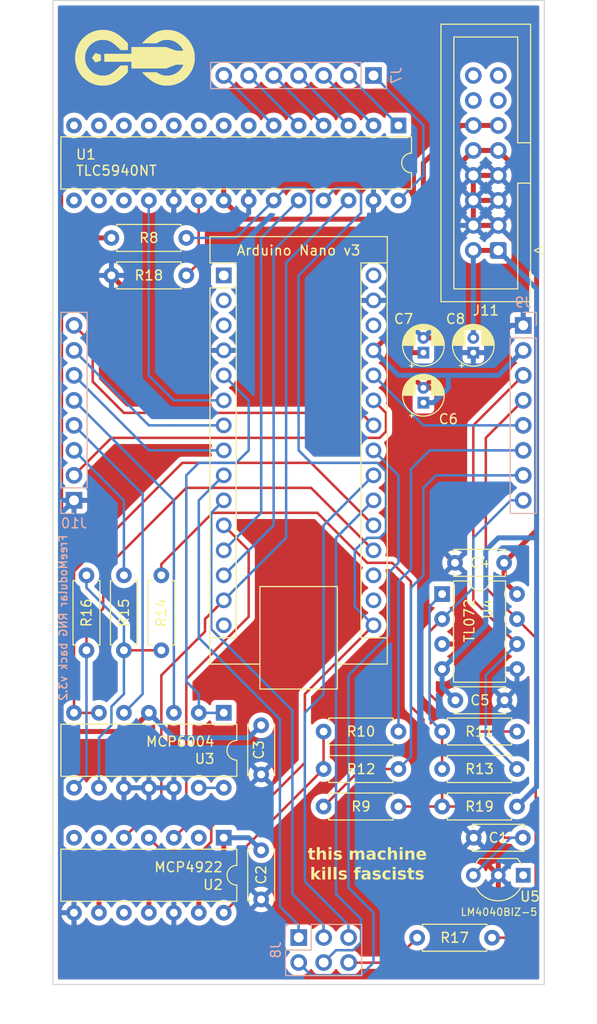
<source format=kicad_pcb>
(kicad_pcb (version 20240108) (generator "pcbnew") (generator_version "8.0")
  (title_block (title "RNG Back") (date "2024-02-27") (rev "v3.2") (company "FreeModular"))
  (layers (0 "F.Cu" signal) (31 "B.Cu" signal) (34 "B.Paste" user) (35 "F.Paste" user) (36 "B.SilkS" user "B.Silkscreen") (37 "F.SilkS" user "F.Silkscreen") (38 "B.Mask" user) (39 "F.Mask" user) (44 "Edge.Cuts" user))
  (net 0 "")
  (net 4 "GND")
  (net 5 "CV_CLOCK")
  (net 6 "LED_PWM_REF")
  (net 7 "RE_B")
  (net 8 "RE_A")
  (net 9 "GATE_B_OUT")
  (net 10 "GATE_A_OUT")
  (net 11 "DAC_CS")
  (net 12 "LED_LATCH")
  (net 13 "LED_BLANK")
  (net 14 "SPI_MOSI")
  (net 16 "SPI_SCK")
  (net 19 "CV_BIAS")
  (net 20 "CV_ENABLE")
  (net 21 "ENABLED_LED")
  (net 22 "TRIG_IN_LED")
  (net 23 "RE_SWITCH")
  (net 24 "POT_RANDOM")
  (net 25 "+5V")
  (net 28 "VREF_-5")
  (net 29 "-12V")
  (net 30 "+12V")
  (net 31 "Net-(J7-Pin_1)")
  (net 32 "Net-(J7-Pin_2)")
  (net 33 "Net-(J7-Pin_3)")
  (net 34 "Net-(J7-Pin_4)")
  (net 35 "OUTPUT_PREAMP_UNIPOLAR")
  (net 36 "GAIN_B")
  (net 37 "GAIN_A")
  (net 38 "POT_BIAS")
  (net 39 "INPUT_CV_BIAS")
  (net 40 "INPUT_CV_ENABLE")
  (net 41 "INPUT_CV_CLOCK")
  (net 42 "Net-(J7-Pin_5)")
  (net 43 "Net-(J7-Pin_6)")
  (net 44 "Net-(J7-Pin_7)")
  (net 49 "Net-(U1-IREF)")
  (net 50 "Net-(U3C--)")
  (net 51 "DAC_OUT")
  (net 52 "OUTPUT_PREAMP_BIPOLAR")
  (net 68 "Net-(U3D--)")
  (net 69 "TRIG_SWTICH")
  (net 70 "OUTPUT_PREAMP")
  (net 71 "Net-(R11-Pad2)")
  (net 72 "RANDOM_OUT")
  (footprint "Resistor_THT:R_Axial_DIN0207_L6.3mm_D2.5mm_P7.62mm_Horizontal" (layer "F.Cu") (at 33.02 109.22 -90)
    (property "Reference" "R15")
    (property "Value" "100kΩ")
  )
  (footprint "Capacitor_THT:C_Disc_D5.0mm_W2.5mm_P5.00mm" (layer "F.Cu") (at 71.715 107.95 180)
    (property "Reference" "C4")
    (property "Value" "100nF")
  )
  (footprint "Resistor_THT:R_Axial_DIN0207_L6.3mm_D2.5mm_P7.62mm_Horizontal" (layer "F.Cu") (at 29.21 109.22 -90)
    (property "Reference" "R16")
    (property "Value" "50kΩ")
  )
  (footprint "Package_TO_SOT_THT:TO-92L_Inline_Wide" (layer "F.Cu") (at 73.66 139.7 180)
    (property "Reference" "U5")
    (property "Value" "LM4040BIZ-5")
  )
  (footprint "Resistor_THT:R_Axial_DIN0207_L6.3mm_D2.5mm_P7.62mm_Horizontal" (layer "F.Cu") (at 70.485 146.05 180)
    (property "Reference" "R17")
    (property "Value" "1kΩ")
  )
  (footprint "Connector_IDC:IDC-Header_2x08_P2.54mm_Vertical" (layer "F.Cu") (at 71.12 76.2 180)
    (property "Reference" "J11")
    (property "Value" "Eurorack_2x8_Power")
  )
  (footprint "Resistor_THT:R_Axial_DIN0207_L6.3mm_D2.5mm_P7.62mm_Horizontal" (layer "F.Cu") (at 36.83 109.22 -90)
    (property "Reference" "R14")
    (property "Value" "100kΩ")
  )
  (footprint "Capacitor_THT:CP_Radial_D4.0mm_P1.50mm" (layer "F.Cu") (at 63.5 91.67 90)
    (property "Reference" "C6")
    (property "Value" "10uF")
  )
  (footprint "Module:Arduino_Nano" (layer "F.Cu") (at 43.18 78.74)
    (property "Reference" "A1" (hide yes))
    (property "Value" "Arduino Nano v3")
  )
  (footprint "Resistor_THT:R_Axial_DIN0207_L6.3mm_D2.5mm_P7.62mm_Horizontal" (layer "F.Cu") (at 39.37 78.74 180)
    (property "Reference" "R18")
    (property "Value" "15kΩ")
  )
  (footprint "Resistor_THT:R_Axial_DIN0207_L6.3mm_D2.5mm_P7.62mm_Horizontal" (layer "F.Cu") (at 53.34 125.095)
    (property "Reference" "R10")
    (property "Value" "100kΩ")
  )
  (footprint "Capacitor_THT:CP_Radial_D4.0mm_P1.50mm" (layer "F.Cu") (at 68.58 86.59 90)
    (property "Reference" "C8")
    (property "Value" "10uF")
  )
  (footprint "Package_DIP:DIP-14_W7.62mm" (layer "F.Cu") (at 43.18 123.19 -90)
    (property "Reference" "U3")
    (property "Value" "MCP6004")
  )
  (footprint "Package_DIP:DIP-14_W7.62mm" (layer "F.Cu") (at 43.18 135.89 -90)
    (property "Reference" "U2")
    (property "Value" "MCP4922")
  )
  (footprint "Resistor_THT:R_Axial_DIN0207_L6.3mm_D2.5mm_P7.62mm_Horizontal" (layer "F.Cu") (at 39.37 74.93 180)
    (property "Reference" "R8")
    (property "Value" "100kΩ")
  )
  (footprint "Package_DIP:DIP-8_W7.62mm" (layer "F.Cu") (at 65.405 111.125)
    (property "Reference" "U4")
    (property "Value" "TL072")
  )
  (footprint "Capacitor_THT:CP_Radial_D4.0mm_P1.50mm" (layer "F.Cu") (at 63.5 86.59 90)
    (property "Reference" "C7")
    (property "Value" "10uF")
  )
  (footprint "Capacitor_THT:C_Disc_D5.0mm_W2.5mm_P5.00mm" (layer "F.Cu") (at 73.62 135.89 180)
    (property "Reference" "C1")
    (property "Value" "100nF")
  )
  (footprint "Resistor_THT:R_Axial_DIN0207_L6.3mm_D2.5mm_P7.62mm_Horizontal" (layer "F.Cu") (at 60.96 132.715 180)
    (property "Reference" "R9")
    (property "Value" "100kΩ")
  )
  (footprint "Package_DIP:DIP-28_W7.62mm" (layer "F.Cu") (at 60.96 63.5 -90)
    (property "Reference" "U1")
    (property "Value" "TLC5940NT")
  )
  (footprint "Capacitor_THT:C_Disc_D5.0mm_W2.5mm_P5.00mm" (layer "F.Cu") (at 46.99 137.16 -90)
    (property "Reference" "C2")
    (property "Value" "100nF")
  )
  (footprint "Resistor_THT:R_Axial_DIN0207_L6.3mm_D2.5mm_P7.62mm_Horizontal" (layer "F.Cu") (at 73.025 125.095 180)
    (property "Reference" "R11")
    (property "Value" "100kΩ")
  )
  (footprint "Capacitor_THT:C_Disc_D5.0mm_W2.5mm_P5.00mm" (layer "F.Cu") (at 46.99 124.46 -90)
    (property "Reference" "C3")
    (property "Value" "100nF")
  )
  (footprint "Resistor_THT:R_Axial_DIN0207_L6.3mm_D2.5mm_P7.62mm_Horizontal" (layer "F.Cu") (at 73.025 132.715 180)
    (property "Reference" "R19")
    (property "Value" "15kΩ")
  )
  (footprint "FreeModualr:logo_small" (layer "F.Cu") (at 34.602337 56.615091)
    (property "Reference" "G1" (hide yes))
    (property "Value" "logo_small" (hide yes))
  )
  (footprint "Capacitor_THT:C_Disc_D5.0mm_W2.5mm_P5.00mm" (layer "F.Cu") (at 71.755 121.92 180)
    (property "Reference" "C5")
    (property "Value" "100nF")
  )
  (footprint "Resistor_THT:R_Axial_DIN0207_L6.3mm_D2.5mm_P7.62mm_Horizontal" (layer "F.Cu") (at 53.34 128.905)
    (property "Reference" "R12")
    (property "Value" "50kΩ")
  )
  (footprint "Resistor_THT:R_Axial_DIN0207_L6.3mm_D2.5mm_P7.62mm_Horizontal" (layer "F.Cu") (at 65.405 128.905)
    (property "Reference" "R13")
    (property "Value" "50kΩ")
  )
  (footprint "Connector_PinHeader_2.54mm:PinHeader_1x08_P2.54mm_Vertical" (layer "B.Cu") (at 27.94 101.6)
    (property "Reference" "J10")
    (property "Value" "Conn_01x08_Socket")
  )
  (footprint "Connector_PinHeader_2.54mm:PinHeader_1x07_P2.54mm_Vertical" (layer "B.Cu") (at 58.42 58.42 90)
    (property "Reference" "J7")
    (property "Value" "Conn_01x07_Socket")
  )
  (footprint "Connector_PinHeader_2.54mm:PinHeader_2x03_P2.54mm_Vertical" (layer "B.Cu") (at 50.81 146.03 -90)
    (property "Reference" "J8")
    (property "Value" "Conn_02x03_Socket")
  )
  (footprint "Connector_PinHeader_2.54mm:PinHeader_1x08_P2.54mm_Vertical" (layer "B.Cu") (at 73.66 83.82 180)
    (property "Reference" "J9")
    (property "Value" "Conn_01x06_Socket")
  )
  (gr_line (start 25.8 150.8) (end 75.8 150.8) (stroke (width 0.1)) (layer "Edge.Cuts"))
  (gr_line (start 25.8 50.8) (end 50.8 50.8) (stroke (width 0.1)) (layer "Edge.Cuts"))
  (gr_line (start 75.8 50.8) (end 75.8 150.8) (stroke (width 0.1)) (layer "Edge.Cuts"))
  (gr_line (start 50.8 50.8) (end 75.8 50.8) (stroke (width 0.1)) (layer "Edge.Cuts"))
  (gr_line (start 25.8 50.8) (end 25.8 150.8) (stroke (width 0.1)) (layer "Edge.Cuts"))
  (gr_text "FreeModular RNG back v3.2" (at 27.314041 105.026772 90) (layer "B.SilkS") (effects (font (size 0.8 0.8) (thickness 0.15) (bold yes)) (justify left bottom mirror)))
  (gr_text "this machine\nkills fascists" (at 57.785 140.335 0) (layer "F.SilkS") (effects (font (size 1.2 1.2) (thickness 0.3) (bold yes)) (justify bottom)))
  (segment (start 71.12 85.09) (end 71.12 86.59) (width 0.508) (layer "F.Cu") (net 4))
  (segment (start 53.34 81.28) (end 58.42 81.28) (width 0.508) (layer "F.Cu") (net 4))
  (segment (start 72.39 83.82) (end 71.12 85.09) (width 0.508) (layer "F.Cu") (net 4))
  (segment (start 31.75 78.74) (end 33.655 78.74) (width 0.508) (layer "F.Cu") (net 4))
  (segment (start 27.945 144.785) (end 29.21 146.05) (width 0.508) (layer "F.Cu") (net 4))
  (segment (start 71.12 73.66) (end 68.58 73.66) (width 0.508) (layer "F.Cu") (net 4))
  (segment (start 46.99 142.16) (end 48.895 144.065) (width 0.508) (layer "F.Cu") (net 4))
  (segment (start 73.025 120.65) (end 73.025 118.745) (width 0.508) (layer "F.Cu") (net 4))
  (segment (start 73.66 83.82) (end 72.39 83.82) (width 0.508) (layer "F.Cu") (net 4))
  (segment (start 38.105 146.05) (end 46.99 146.05) (width 0.508) (layer "F.Cu") (net 4))
  (segment (start 29.21 146.05) (end 38.105 146.05) (width 0.508) (layer "F.Cu") (net 4))
  (segment (start 43.18 86.36) (end 48.26 86.36) (width 0.508) (layer "F.Cu") (net 4))
  (segment (start 67.31 92.71) (end 71.12 88.9) (width 0.508) (layer "F.Cu") (net 4))
  (segment (start 73.66 76.2) (end 71.12 73.66) (width 0.508) (layer "F.Cu") (net 4))
  (segment (start 70.485 118.745) (end 67.945 116.205) (width 0.508) (layer "F.Cu") (net 4))
  (segment (start 70.485 142.24) (end 50.8 142.24) (width 0.508) (layer "F.Cu") (net 4))
  (segment (start 71.12 86.59) (end 71.12 88.9) (width 0.508) (layer "F.Cu") (net 4))
  (segment (start 68.58 71.12) (end 68.58 68.58) (width 0.508) (layer "F.Cu") (net 4))
  (segment (start 68.58 68.58) (end 71.12 68.58) (width 0.508) (layer "F.Cu") (net 4))
  (segment (start 38.09 72.38) (end 38.09 71.12) (width 0.508) (layer "F.Cu") (net 4))
  (segment (start 68.58 73.66) (end 68.58 71.12) (width 0.508) (layer "F.Cu") (net 4))
  (segment (start 71.755 121.92) (end 73.025 120.65) (width 0.508) (layer "F.Cu") (net 4))
  (segment (start 71.12 139.7) (end 71.12 138.39) (width 0.508) (layer "F.Cu") (net 4))
  (segment (start 39.37 86.36) (end 31.75 78.74) (width 0.508) (layer "F.Cu") (net 4))
  (segment (start 71.12 71.12) (end 68.58 71.12) (width 0.508) (layer "F.Cu") (net 4))
  (segment (start 48.895 144.065) (end 48.895 144.145) (width 0.508) (layer "F.Cu") (net 4))
  (segment (start 35.56 76.835) (end 35.56 75.565) (width 0.508) (layer "F.Cu") (net 4))
  (segment (start 71.12 139.7) (end 71.12 141.605) (width 0.508) (layer "F.Cu") (net 4))
  (segment (start 63.5 90.17) (end 64.77 90.17) (width 0.508) (layer "F.Cu") (net 4))
  (segment (start 73.025 118.745) (end 70.485 118.745) (width 0.508) (layer "F.Cu") (net 4))
  (segment (start 73.66 83.82) (end 73.66 76.2) (width 0.508) (layer "F.Cu") (net 4))
  (segment (start 35.56 75.565) (end 38.1 73.025) (width 0.508) (layer "F.Cu") (net 4))
  (segment (start 63.5 85.09) (end 65.716 85.09) (width 0.508) (layer "F.Cu") (net 4))
  (segment (start 38.1 73.025) (end 38.1 72.39) (width 0.508) (layer "F.Cu") (net 4))
  (segment (start 68.58 86.59) (end 71.12 86.59) (width 0.508) (layer "F.Cu") (net 4))
  (segment (start 50.8 142.24) (end 48.895 144.145) (width 0.508) (layer "F.Cu") (net 4))
  (segment (start 65.716 85.09) (end 67.216 86.59) (width 0.508) (layer "F.Cu") (net 4))
  (segment (start 67.945 116.205) (end 65.405 116.205) (width 0.508) (layer "F.Cu") (net 4))
  (segment (start 65.405 106.68) (end 65.405 94.615) (width 0.508) (layer "F.Cu") (net 4))
  (segment (start 43.18 86.36) (end 39.37 86.36) (width 0.508) (layer "F.Cu") (net 4))
  (segment (start 46.99 146.05) (end 48.895 144.145) (width 0.508) (layer "F.Cu") (net 4))
  (segment (start 64.77 90.17) (end 67.31 92.71) (width 0.508) (layer "F.Cu") (net 4))
  (segment (start 33.655 78.74) (end 35.56 76.835) (width 0.508) (layer "F.Cu") (net 4))
  (segment (start 67.216 86.59) (end 68.58 86.59) (width 0.508) (layer "F.Cu") (net 4))
  (segment (start 38.1 72.39) (end 38.09 72.38) (width 0.508) (layer "F.Cu") (net 4))
  (segment (start 27.945 143.52) (end 27.945 144.785) (width 0.508) (layer "F.Cu") (net 4))
  (segment (start 48.26 86.36) (end 53.34 81.28) (width 0.508) (layer "F.Cu") (net 4))
  (segment (start 71.12 141.605) (end 70.485 142.24) (width 0.508) (layer "F.Cu") (net 4))
  (segment (start 66.675 107.95) (end 65.405 106.68) (width 0.508) (layer "F.Cu") (net 4))
  (segment (start 33.02 130.825) (end 33.025 130.82) (width 0.508) (layer "F.Cu") (net 4))
  (segment (start 65.405 94.615) (end 67.31 92.71) (width 0.508) (layer "F.Cu") (net 4))
  (segment (start 71.12 138.39) (end 68.62 135.89) (width 0.508) (layer "F.Cu") (net 4))
  (segment (start 38.105 143.52) (end 38.105 146.05) (width 0.508) (layer "F.Cu") (net 4))
  (segment (start 26.67 102.87) (end 26.632 102.87) (width 0.508) (layer "B.Cu") (net 4))
  (segment (start 58.42 81.28) (end 60.325 81.28) (width 0.508) (layer "B.Cu") (net 4))
  (segment (start 38.105 130.82) (end 38.105 132.075) (width 0.508) (layer "B.Cu") (net 4))
  (segment (start 38.1 132.08) (end 38.1 133.35) (width 0.508) (layer "B.Cu") (net 4))
  (segment (start 62.23 55.88) (end 66.04 59.69) (width 0.508) (layer "B.Cu") (net 4))
  (segment (start 38.1 68.58) (end 38.1 67.31) (width 0.508) (layer "B.Cu") (net 4))
  (segment (start 26.622 64.722) (end 26.622 62.278) (width 0.508) (layer "B.Cu") (net 4))
  (segment (start 27.94 140.335) (end 26.632 139.027) (width 0.508) (layer "B.Cu") (net 4))
  (segment (start 29.21 67.31) (end 26.622 64.722) (width 0.508) (layer "B.Cu") (net 4))
  (segment (start 26.622 62.278) (end 33.02 55.88) (width 0.508) (layer "B.Cu") (net 4))
  (segment (start 45.165 140.335) (end 27.94 140.335) (width 0.508) (layer "B.Cu") (net 4))
  (segment (start 44.45 67.31) (end 38.1 67.31) (width 0.508) (layer "B.Cu") (net 4))
  (segment (start 26.632 133.35) (end 26.632 102.87) (width 0.508) (layer "B.Cu") (net 4))
  (segment (start 38.1 133.35) (end 26.632 133.35) (width 0.508) (layer "B.Cu") (net 4))
  (segment (start 66.04 59.69) (end 66.04 66.04) (width 0.508) (layer "B.Cu") (net 4))
  (segment (start 64.77 73.66) (end 63.5 73.66) (width 0.508) (layer "B.Cu") (net 4))
  (segment (start 38.09 71.12) (end 38.09 68.59) (width 0.508) (layer "B.Cu") (net 4))
  (segment (start 38.09 68.59) (end 38.1 68.58) (width 0.508) (layer "B.Cu") (net 4))
  (segment (start 63.5 78.105) (end 63.5 73.66) (width 0.508) (layer "B.Cu") (net 4))
  (segment (start 36.83 67.31) (end 29.21 67.31) (width 0.508) (layer "B.Cu") (net 4))
  (segment (start 58.41 71.12) (end 58.41 72.38) (width 0.508) (layer "B.Cu") (net 4))
  (segment (start 46.99 142.16) (end 45.165 140.335) (width 0.508) (layer "B.Cu") (net 4))
  (segment (start 26.632 139.027) (end 26.632 133.35) (width 0.508) (layer "B.Cu") (net 4))
  (segment (start 33.025 130.82) (end 38.105 130.82) (width 0.508) (layer "B.Cu") (net 4))
  (segment (start 66.04 66.04) (end 68.58 68.58) (width 0.508) (layer "B.Cu") (net 4))
  (segment (start 45.72 71.12) (end 45.72 68.58) (width 0.508) (layer "B.Cu") (net 4))
  (segment (start 59.69 73.66) (end 63.5 73.66) (width 0.508) (layer "B.Cu") (net 4))
  (segment (start 38.105 132.075) (end 38.1 132.08) (width 0.508) (layer "B.Cu") (net 4))
  (segment (start 38.1 67.31) (end 36.83 67.31) (width 0.508) (layer "B.Cu") (net 4))
  (segment (start 58.41 72.38) (end 59.69 73.66) (width 0.508) (layer "B.Cu") (net 4))
  (segment (start 27.94 143.51) (end 27.94 140.335) (width 0.508) (layer "B.Cu") (net 4))
  (segment (start 27.94 101.6) (end 26.67 102.87) (width 0.508) (layer "B.Cu") (net 4))
  (segment (start 68.58 73.66) (end 64.77 73.66) (width 0.508) (layer "B.Cu") (net 4))
  (segment (start 60.325 81.28) (end 63.5 78.105) (width 0.508) (layer "B.Cu") (net 4))
  (segment (start 33.02 55.88) (end 62.23 55.88) (width 0.508) (layer "B.Cu") (net 4))
  (segment (start 43.1 133.35) (end 46.99 129.46) (width 0.508) (layer "B.Cu") (net 4))
  (segment (start 38.1 133.35) (end 43.1 133.35) (width 0.508) (layer "B.Cu") (net 4))
  (segment (start 45.72 68.58) (end 44.45 67.31) (width 0.508) (layer "B.Cu") (net 4))
  (segment (start 40.645 121.285) (end 40.645 123.2) (width 0.254) (layer "B.Cu") (net 5))
  (segment (start 39.37 115.57) (end 39.375 115.57) (width 0.254) (layer "B.Cu") (net 5))
  (segment (start 45.72 91.44) (end 45.72 96.52) (width 0.254) (layer "B.Cu") (net 5))
  (segment (start 40.645 121.285) (end 40.64 121.285) (width 0.254) (layer "B.Cu") (net 5))
  (segment (start 39.37 120.015) (end 39.375 120.01) (width 0.254) (layer "B.Cu") (net 5))
  (segment (start 39.37 99.06) (end 39.37 115.57) (width 0.254) (layer "B.Cu") (net 5))
  (segment (start 39.375 120.01) (end 39.375 115.57) (width 0.254) (layer "B.Cu") (net 5))
  (segment (start 44.45 97.79) (end 40.64 97.79) (width 0.254) (layer "B.Cu") (net 5))
  (segment (start 40.645 123.2) (end 43.185 123.2) (width 0.254) (layer "B.Cu") (net 5))
  (segment (start 40.64 97.79) (end 39.37 99.06) (width 0.254) (layer "B.Cu") (net 5))
  (segment (start 40.64 121.285) (end 39.37 120.015) (width 0.254) (layer "B.Cu") (net 5))
  (segment (start 45.72 96.52) (end 44.45 97.79) (width 0.254) (layer "B.Cu") (net 5))
  (segment (start 43.18 88.9) (end 45.72 91.44) (width 0.254) (layer "B.Cu") (net 5))
  (segment (start 35.55 88.89) (end 35.55 71.12) (width 0.254) (layer "B.Cu") (net 6))
  (segment (start 43.18 91.44) (end 38.1 91.44) (width 0.254) (layer "B.Cu") (net 6))
  (segment (start 38.1 91.44) (end 35.55 88.89) (width 0.254) (layer "B.Cu") (net 6))
  (segment (start 35.56 96.52) (end 27.94 88.9) (width 0.254) (layer "B.Cu") (net 7))
  (segment (start 43.18 96.52) (end 35.56 96.52) (width 0.254) (layer "B.Cu") (net 7))
  (segment (start 27.94 86.36) (end 35.56 93.98) (width 0.254) (layer "B.Cu") (net 8))
  (segment (start 35.56 93.98) (end 38.1 93.98) (width 0.254) (layer "B.Cu") (net 8))
  (segment (start 43.18 93.98) (end 38.1 93.98) (width 0.254) (layer "B.Cu") (net 8))
  (segment (start 40.64 115.57) (end 40.64 101.6) (width 0.254) (layer "B.Cu") (net 9))
  (segment (start 48.895 142.875) (end 48.895 123.825) (width 0.254) (layer "B.Cu") (net 9))
  (segment (start 48.895 123.825) (end 40.64 115.57) (width 0.254) (layer "B.Cu") (net 9))
  (segment (start 40.64 101.6) (end 43.18 99.06) (width 0.254) (layer "B.Cu") (net 9))
  (segment (start 50.8 144.78) (end 48.895 142.875) (width 0.254) (layer "B.Cu") (net 9))
  (segment (start 50.8 146.05) (end 50.8 144.78) (width 0.254) (layer "B.Cu") (net 9))
  (segment (start 53.34 144.78) (end 50.165 141.605) (width 0.254) (layer "B.Cu") (net 10))
  (segment (start 50.165 122.955187) (end 41.91 114.700187) (width 0.254) (layer "B.Cu") (net 10))
  (segment (start 53.34 146.05) (end 53.34 144.78) (width 0.254) (layer "B.Cu") (net 10))
  (segment (start 50.165 141.605) (end 50.165 122.955187) (width 0.254) (layer "B.Cu") (net 10))
  (segment (start 41.91 102.87) (end 43.18 101.6) (width 0.254) (layer "B.Cu") (net 10))
  (segment (start 41.91 114.700187) (end 41.91 102.87) (width 0.254) (layer "B.Cu") (net 10))
  (segment (start 39.37 134.635) (end 39.37 119.780187) (width 0.254) (layer "F.Cu") (net 11))
  (segment (start 45.72 106.68) (end 43.18 104.14) (width 0.254) (layer "F.Cu") (net 11))
  (segment (start 45.72 113.430187) (end 45.72 106.68) (width 0.254) (layer "F.Cu") (net 11))
  (segment (start 39.37 119.780187) (end 45.72 113.430187) (width 0.254) (layer "F.Cu") (net 11))
  (segment (start 38.105 135.9) (end 39.37 134.635) (width 0.254) (layer "F.Cu") (net 11))
  (segment (start 46.99 74.92) (end 50.79 71.12) (width 0.254) (layer "B.Cu") (net 12))
  (segment (start 46.99 102.87) (end 46.99 74.92) (width 0.254) (layer "B.Cu") (net 12))
  (segment (start 43.18 106.68) (end 46.99 102.87) (width 0.254) (layer "B.Cu") (net 12))
  (segment (start 43.18 109.22) (end 48.26 104.14) (width 0.254) (layer "B.Cu") (net 13))
  (segment (start 48.26 104.14) (end 48.26 76.2) (width 0.254) (layer "B.Cu") (net 13))
  (segment (start 52.07 70.485) (end 51.435 69.85) (width 0.254) (layer "B.Cu") (net 13))
  (segment (start 44.45 74.92) (end 44.45 74.93) (width 0.254) (layer "B.Cu") (net 13))
  (segment (start 52.07 72.39) (end 52.07 70.485) (width 0.254) (layer "B.Cu") (net 13))
  (segment (start 48.26 76.2) (end 52.07 72.39) (width 0.254) (layer "B.Cu") (net 13))
  (segment (start 48.25 71.12) (end 44.45 74.92) (width 0.254) (layer "B.Cu") (net 13))
  (segment (start 49.53 69.85) (end 48.26 71.12) (width 0.254) (layer "B.Cu") (net 13))
  (segment (start 44.45 74.93) (end 39.37 74.93) (width 0.254) (layer "B.Cu") (net 13))
  (segment (start 51.435 69.85) (end 49.53 69.85) (width 0.254) (layer "B.Cu") (net 13))
  (segment (start 36.83 119.38) (end 41.275 114.935) (width 0.254) (layer "F.Cu") (net 14))
  (segment (start 41.275 113.665) (end 43.18 111.76) (width 0.254) (layer "F.Cu") (net 14))
  (segment (start 36.83 132.08) (end 36.83 119.38) (width 0.254) (layer "F.Cu") (net 14))
  (segment (start 41.275 114.935) (end 41.275 113.665) (width 0.254) (layer "F.Cu") (net 14))
  (segment (start 33.02 135.89) (end 36.83 132.08) (width 0.254) (layer "F.Cu") (net 14))
  (segment (start 49.53 77.46) (end 55.87 71.12) (width 0.254) (layer "B.Cu") (net 14))
  (segment (start 49.53 105.41) (end 49.53 77.46) (width 0.254) (layer "B.Cu") (net 14))
  (segment (start 43.18 111.76) (end 49.53 105.41) (width 0.254) (layer "B.Cu") (net 14))
  (segment (start 41.055187 137.16) (end 36.825 137.16) (width 0.254) (layer "F.Cu") (net 16))
  (segment (start 41.91 134.798) (end 41.91 136.305187) (width 0.254) (layer "F.Cu") (net 16))
  (segment (start 36.825 137.16) (end 35.565 135.9) (width 0.254) (layer "F.Cu") (net 16))
  (segment (start 51.435 121.285) (end 51.435 128.27) (width 0.254) (layer "F.Cu") (net 16))
  (segment (start 51.435 128.27) (end 45.72 133.985) (width 0.254) (layer "F.Cu") (net 16))
  (segment (start 45.72 133.985) (end 42.723 133.985) (width 0.254) (layer "F.Cu") (net 16))
  (segment (start 58.42 114.3) (end 51.435 121.285) (width 0.254) (layer "F.Cu") (net 16))
  (segment (start 41.91 136.305187) (end 41.055187 137.16) (width 0.254) (layer "F.Cu") (net 16))
  (segment (start 42.723 133.985) (end 41.91 134.798) (width 0.254) (layer "F.Cu") (net 16))
  (segment (start 57.785 105.41) (end 59.055 105.41) (width 0.254) (layer "B.Cu") (net 16))
  (segment (start 56.515 106.68) (end 57.785 105.41) (width 0.254) (layer "B.Cu") (net 16))
  (segment (start 50.8 96.52) (end 50.8 78.74) (width 0.254) (layer "B.Cu") (net 16))
  (segment (start 59.69 98.659813) (end 58.820187 97.79) (width 0.254) (layer "B.Cu") (net 16))
  (segment (start 58.820187 97.79) (end 52.07 97.79) (width 0.254) (layer "B.Cu") (net 16))
  (segment (start 57.15 70.485) (end 56.515 69.85) (width 0.254) (layer "B.Cu") (net 16))
  (segment (start 57.15 72.39) (end 57.15 70.485) (width 0.254) (layer "B.Cu") (net 16))
  (segment (start 52.07 97.79) (end 50.8 96.52) (width 0.254) (layer "B.Cu") (net 16))
  (segment (start 50.8 78.74) (end 57.15 72.39) (width 0.254) (layer "B.Cu") (net 16))
  (segment (start 56.515 112.395) (end 56.515 106.68) (width 0.254) (layer "B.Cu") (net 16))
  (segment (start 54.6 69.85) (end 53.33 71.12) (width 0.254) (layer "B.Cu") (net 16))
  (segment (start 59.69 104.775) (end 59.69 98.659813) (width 0.254) (layer "B.Cu") (net 16))
  (segment (start 58.42 114.3) (end 56.515 112.395) (width 0.254) (layer "B.Cu") (net 16))
  (segment (start 59.055 105.41) (end 59.69 104.775) (width 0.254) (layer "B.Cu") (net 16))
  (segment (start 56.515 69.85) (end 54.6 69.85) (width 0.254) (layer "B.Cu") (net 16))
  (segment (start 29.21 114.3) (end 29.21 116.84) (width 0.254) (layer "F.Cu") (net 19))
  (segment (start 58.42 106.68) (end 52.07 100.33) (width 0.254) (layer "F.Cu") (net 19))
  (segment (start 30.914907 112.595093) (end 29.21 114.3) (width 0.254) (layer "F.Cu") (net 19))
  (segment (start 52.07 100.33) (end 39.37 100.33) (width 0.254) (layer "F.Cu") (net 19))
  (segment (start 39.37 100.33) (end 30.914907 108.785093) (width 0.254) (layer "F.Cu") (net 19))
  (segment (start 30.914907 108.785093) (end 30.914907 112.595093) (width 0.254) (layer "F.Cu") (net 19))
  (segment (start 27.945 130.82) (end 29.21 129.555) (width 0.254) (layer "B.Cu") (net 19))
  (segment (start 29.21 129.555) (end 29.21 116.84) (width 0.254) (layer "B.Cu") (net 19))
  (segment (start 38.969814 97.79) (end 27.94 108.819813) (width 0.254) (layer "F.Cu") (net 20))
  (segment (start 52.07 97.79) (end 38.969814 97.79) (width 0.254) (layer "F.Cu") (net 20))
  (segment (start 27.945 109.225) (end 27.945 123.2) (width 0.254) (layer "F.Cu") (net 20))
  (segment (start 58.42 104.14) (end 52.07 97.79) (width 0.254) (layer "F.Cu") (net 20))
  (segment (start 27.94 109.22) (end 27.945 109.225) (width 0.254) (layer "F.Cu") (net 20))
  (segment (start 27.94 108.819813) (end 27.94 109.22) (width 0.254) (layer "F.Cu") (net 20))
  (segment (start 27.945 123.2) (end 30.485 123.2) (width 0.254) (layer "F.Cu") (net 20))
  (segment (start 57.15 146.520897) (end 57.15 144.145) (width 0.254) (layer "B.Cu") (net 21))
  (segment (start 54.61 105.41) (end 58.42 101.6) (width 0.254) (layer "B.Cu") (net 21))
  (segment (start 56.350897 147.32) (end 57.15 146.520897) (width 0.254) (layer "B.Cu") (net 21))
  (segment (start 57.15 144.145) (end 54.61 141.605) (width 0.254) (layer "B.Cu") (net 21))
  (segment (start 54.61 147.32) (end 56.350897 147.32) (width 0.254) (layer "B.Cu") (net 21))
  (segment (start 53.34 148.59) (end 54.61 147.32) (width 0.254) (layer "B.Cu") (net 21))
  (segment (start 54.61 141.605) (end 54.61 105.41) (width 0.254) (layer "B.Cu") (net 21))
  (segment (start 51.435 140.335) (end 51.435 123.19) (width 0.254) (layer "B.Cu") (net 22))
  (segment (start 55.88 146.05) (end 55.88 144.78) (width 0.254) (layer "B.Cu") (net 22))
  (segment (start 51.435 123.19) (end 53.34 121.285) (width 0.254) (layer "B.Cu") (net 22))
  (segment (start 53.34 121.285) (end 53.34 104.14) (width 0.254) (layer "B.Cu") (net 22))
  (segment (start 55.88 144.78) (end 51.435 140.335) (width 0.254) (layer "B.Cu") (net 22))
  (segment (start 53.34 104.14) (end 58.42 99.06) (width 0.254) (layer "B.Cu") (net 22))
  (segment (start 57.15 92.71) (end 33.02 92.71) (width 0.254) (layer "F.Cu") (net 23))
  (segment (start 27.94 83.82) (end 29.845 85.725) (width 0.254) (layer "F.Cu") (net 23))
  (segment (start 58.42 93.98) (end 57.15 92.71) (width 0.254) (layer "F.Cu") (net 23))
  (segment (start 33.02 92.71) (end 29.845 89.535) (width 0.254) (layer "F.Cu") (net 23))
  (segment (start 29.845 89.535) (end 29.845 85.725) (width 0.254) (layer "F.Cu") (net 23))
  (segment (start 73.66 93.98) (end 63.5 93.98) (width 0.254) (layer "B.Cu") (net 24))
  (segment (start 63.5 93.98) (end 58.42 88.9) (width 0.254) (layer "B.Cu") (net 24))
  (segment (start 26.582 74.93) (end 26.582 125.095) (width 0.508) (layer "F.Cu") (net 25))
  (segment (start 33.655 125.095) (end 26.582 125.095) (width 0.508) (layer "F.Cu") (net 25))
  (segment (start 27.94 140.97) (end 27.9375 140.9725) (width 0.508) (layer "F.Cu") (net 25))
  (segment (start 43.17 71.12) (end 43.17 69.225) (width 0.508) (layer "F.Cu") (net 25))
  (segment (start 28.575 67.945) (end 26.582 69.938) (width 0.508) (layer "F.Cu") (net 25))
  (segment (start 71.12 63.5) (end 68.58 63.5) (width 0.508) (layer "F.Cu") (net 25))
  (segment (start 60.325 73.025) (end 45.075 73.025) (width 0.508) (layer "F.Cu") (net 25))
  (segment (start 35.565 140.975) (end 35.56 140.97) (width 0.508) (layer "F.Cu") (net 25))
  (segment (start 26.582 127) (end 26.582 133.35) (width 0.508) (layer "F.Cu") (net 25))
  (segment (start 35.56 123.19) (end 33.655 125.095) (width 0.508) (layer "F.Cu") (net 25))
  (segment (start 30.485 140.975) (end 30.48 140.97) (width 0.508) (layer "F.Cu") (net 25))
  (segment (start 35.56 140.97) (end 30.48 140.97) (width 0.508) (layer "F.Cu") (net 25))
  (segment (start 26.582 125.095) (end 26.582 127) (width 0.508) (layer "F.Cu") (net 25))
  (segment (start 43.18 69.215) (end 41.91 67.945) (width 0.508) (layer "F.Cu") (net 25))
  (segment (start 60.325 84.455) (end 60.325 73.025) (width 0.508) (layer "F.Cu") (net 25))
  (segment (start 43.17 69.225) (end 43.18 69.215) (width 0.508) (layer "F.Cu") (net 25))
  (segment (start 40.645 143.52) (end 40.645 140.975) (width 0.508) (layer "F.Cu") (net 25))
  (segment (start 35.56 140.97) (end 40.64 140.97) (width 0.508) (layer "F.Cu") (net 25))
  (segment (start 58.42 86.36) (end 60.325 84.455) (width 0.508) (layer "F.Cu") (net 25))
  (segment (start 26.582 69.938) (end 26.582 74.93) (width 0.508) (layer "F.Cu") (net 25))
  (segment (start 73.43 86.59) (end 73.66 86.36) (width 0.508) (layer "F.Cu") (net 25))
  (segment (start 30.485 143.52) (end 30.485 140.975) (width 0.508) (layer "F.Cu") (net 25))
  (segment (start 63.5 71.12) (end 63.5 70.485) (width 0.508) (layer "F.Cu") (net 25))
  (segment (start 26.582 139.617) (end 27.9375 140.9725) (width 0.508) (layer "F.Cu") (net 25))
  (segment (start 43.185 138.425) (end 40.64 140.97) (width 0.508) (layer "F.Cu") (net 25))
  (segment (start 26.582 133.35) (end 26.582 139.617) (width 0.508) (layer "F.Cu") (net 25))
  (segment (start 43.185 135.9) (end 43.185 138.425) (width 0.508) (layer "F.Cu") (net 25))
  (segment (start 68.58 63.5) (end 67.31 63.5) (width 0.508) (layer "F.Cu") (net 25))
  (segment (start 63.5 70.485) (end 63.5 67.31) (width 0.508) (layer "F.Cu") (net 25))
  (segment (start 61.595 73.025) (end 60.325 73.025) (width 0.508) (layer "F.Cu") (net 25))
  (segment (start 61.595 73.025) (end 63.5 71.12) (width 0.508) (layer "F.Cu") (net 25))
  (segment (start 67.31 63.5) (end 63.5 67.31) (width 0.508) (layer "F.Cu") (net 25))
  (segment (start 35.565 143.52) (end 35.565 140.975) (width 0.508) (layer "F.Cu") (net 25))
  (segment (start 45.075 73.025) (end 43.17 71.12) (width 0.508) (layer "F.Cu") (net 25))
  (segment (start 41.91 67.945) (end 28.575 67.945) (width 0.508) (layer "F.Cu") (net 25))
  (segment (start 30.48 140.97) (end 27.94 140.97) (width 0.508) (layer "F.Cu") (net 25))
  (segment (start 31.75 74.93) (end 26.582 74.93) (width 0.508) (layer "F.Cu") (net 25))
  (segment (start 40.645 140.975) (end 40.64 140.97) (width 0.508) (layer "F.Cu") (net 25))
  (segment (start 45.72 125.73) (end 38.1 125.73) (width 0.508) (layer "B.Cu") (net 25))
  (segment (start 38.1 125.73) (end 35.56 123.19) (width 0.508) (layer "B.Cu") (net 25))
  (segment (start 63.5 91.67) (end 64.54 91.67) (width 0.508) (layer "B.Cu") (net 25))
  (segment (start 66.04 90.17) (end 66.04 88.9) (width 0.508) (layer "B.Cu") (net 25))
  (segment (start 66.04 88.9) (end 60.96 88.9) (width 0.508) (layer "B.Cu") (net 25))
  (segment (start 73.66 86.36) (end 71.12 88.9) (width 0.508) (layer "B.Cu") (net 25))
  (segment (start 64.54 91.67) (end 66.04 90.17) (width 0.508) (layer "B.Cu") (net 25))
  (segment (start 46.99 137.16) (end 45.72 135.89) (width 0.508) (layer "B.Cu") (net 25))
  (segment (start 71.12 88.9) (end 66.04 88.9) (width 0.508) (layer "B.Cu") (net 25))
  (segment (start 46.99 124.46) (end 45.72 125.73) (width 0.508) (layer "B.Cu") (net 25))
  (segment (start 45.72 135.89) (end 43.18 135.89) (width 0.508) (layer "B.Cu") (net 25))
  (segment (start 60.96 88.9) (end 58.42 86.36) (width 0.508) (layer "B.Cu") (net 25))
  (segment (start 62.23 109.855) (end 60.325 107.95) (width 0.254) (layer "F.Cu") (net 28))
  (segment (start 63.5 123.825) (end 62.23 122.555) (width 0.254) (layer "F.Cu") (net 28))
  (segment (start 71.755 135.89) (end 68.58 132.715) (width 0.254) (layer "F.Cu") (net 28))
  (segment (start 62.23 122.555) (end 62.23 109.855) (width 0.254) (layer "F.Cu") (net 28))
  (segment (start 73.62 135.89) (end 71.755 135.89) (width 0.254) (layer "F.Cu") (net 28))
  (segment (start 52.705 102.87) (end 42.04863 102.87) (width 0.254) (layer "F.Cu") (net 28))
  (segment (start 65.405 131.445) (end 63.5 129.54) (width 0.254) (layer "F.Cu") (net 28))
  (segment (start 36.83 108.08863) (end 36.83 109.22) (width 0.254) (layer "F.Cu") (net 28))
  (segment (start 57.785 107.95) (end 52.705 102.87) (width 0.254) (layer "F.Cu") (net 28))
  (segment (start 65.405 132.715) (end 68.58 132.715) (width 0.254) (layer "F.Cu") (net 28))
  (segment (start 60.325 107.95) (end 57.785 107.95) (width 0.254) (layer "F.Cu") (net 28))
  (segment (start 65.405 132.715) (end 65.405 131.445) (width 0.254) (layer "F.Cu") (net 28))
  (segment (start 42.04863 102.87) (end 36.83 108.08863) (width 0.254) (layer "F.Cu") (net 28))
  (segment (start 60.96 132.715) (end 65.405 132.715) (width 0.254) (layer "F.Cu") (net 28))
  (segment (start 63.5 129.54) (end 63.5 123.825) (width 0.254) (layer "F.Cu") (net 28))
  (segment (start 73.62 135.89) (end 72.39 135.89) (width 0.254) (layer "B.Cu") (net 28))
  (segment (start 72.39 135.89) (end 68.58 139.7) (width 0.254) (layer "B.Cu") (net 28))
  (segment (start 68.58 76.2) (end 71.12 76.2) (width 0.508) (layer "F.Cu") (net 29))
  (segment (start 65.405 118.745) (end 69.215 114.935) (width 0.508) (layer "B.Cu") (net 29))
  (segment (start 65.405 118.745) (end 65.405 120.57) (width 0.508) (layer "B.Cu") (net 29))
  (segment (start 71.12 76.2) (end 75.018 80.098) (width 0.508) (layer "B.Cu") (net 29))
  (segment (start 69.85 114.3) (end 69.215 114.935) (width 0.508) (layer "B.Cu") (net 29))
  (segment (start 75.018 130.722) (end 74.93 130.81) (width 0.508) (layer "B.Cu") (net 29))
  (segment (start 71.12 105.41) (end 75.018 105.41) (width 0.508) (layer "B.Cu") (net 29))
  (segment (start 69.85 106.68) (end 71.12 105.41) (width 0.508) (layer "B.Cu") (net 29))
  (segment (start 75.018 80.098) (end 75.018 102.162503) (width 0.508) (layer "B.Cu") (net 29))
  (segment (start 75.018 102.162503) (end 75.018 105.41) (width 0.508) (layer "B.Cu") (net 29))
  (segment (start 68.58 85.09) (end 68.58 76.2) (width 0.508) (layer "B.Cu") (net 29))
  (segment (start 65.405 120.57) (end 66.755 121.92) (width 0.508) (layer "B.Cu") (net 29))
  (segment (start 69.85 106.68) (end 69.85 114.3) (width 0.508) (layer "B.Cu") (net 29))
  (segment (start 75.018 105.41) (end 75.018 130.722) (width 0.508) (layer "B.Cu") (net 29))
  (segment (start 73.025 132.715) (end 74.93 130.81) (width 0.508) (layer "B.Cu") (net 29))
  (segment (start 71.715 107.95) (end 71.715 109.815) (width 0.508) (layer "F.Cu") (net 30))
  (segment (start 62.392 86.59) (end 63.5 86.59) (width 0.508) (layer "F.Cu") (net 30))
  (segment (start 75.018 104.647) (end 71.715 107.95) (width 0.508) (layer "F.Cu") (net 30))
  (segment (start 68.58 66.04) (end 71.12 66.04) (width 0.508) (layer "F.Cu") (net 30))
  (segment (start 62.23 86.428) (end 62.392 86.59) (width 0.508) (layer "F.Cu") (net 30))
  (segment (start 62.23 84.793051) (end 62.23 86.428) (width 0.508) (layer "F.Cu") (net 30))
  (segment (start 66.675 67.945) (end 66.675 80.348051) (width 0.508) (layer "F.Cu") (net 30))
  (segment (start 71.715 109.815) (end 73.025 111.125) (width 0.508) (layer "F.Cu") (net 30))
  (segment (start 71.12 66.04) (end 75.018 69.938) (width 0.508) (layer "F.Cu") (net 30))
  (segment (start 66.675 80.348051) (end 62.23 84.793051) (width 0.508) (layer "F.Cu") (net 30))
  (segment (start 68.58 66.04) (end 66.675 67.945) (width 0.508) (layer "F.Cu") (net 30))
  (segment (start 75.018 69.938) (end 75.018 104.647) (width 0.508) (layer "F.Cu") (net 30))
  (segment (start 60.96 71.12) (end 63.5 68.58) (width 0.254) (layer "B.Cu") (net 31))
  (segment (start 58.42 58.42) (end 63.5 63.5) (width 0.254) (layer "B.Cu") (net 31))
  (segment (start 63.5 68.58) (end 63.5 63.5) (width 0.254) (layer "B.Cu") (net 31))
  (segment (start 60.955 63.485) (end 55.885 58.415) (width 0.254) (layer "B.Cu") (net 32))
  (segment (start 58.415 63.495) (end 53.345 58.425) (width 0.254) (layer "B.Cu") (net 33))
  (segment (start 55.875 63.495) (end 50.805 58.425) (width 0.254) (layer "B.Cu") (net 34))
  (segment (start 60.96 109.855) (end 62.23 108.585) (width 0.254) (layer "B.Cu") (net 35))
  (segment (start 60.96 125.095) (end 60.96 109.855) (width 0.254) (layer "B.Cu") (net 35))
  (segment (start 64.135 96.52) (end 73.66 96.52) (width 0.254) (layer "B.Cu") (net 35))
  (segment (start 62.23 108.585) (end 62.23 98.425) (width 0.254) (layer "B.Cu") (net 35))
  (segment (start 62.23 98.425) (end 64.135 96.52) (width 0.254) (layer "B.Cu") (net 35))
  (segment (start 74.93 144.145) (end 74.93 115.57) (width 0.254) (layer "F.Cu") (net 36))
  (segment (start 70.485 146.05) (end 73.025 146.05) (width 0.254) (layer "F.Cu") (net 36))
  (segment (start 73.66 91.44) (end 69.85 95.25) (width 0.254) (layer "F.Cu") (net 36))
  (segment (start 69.85 110.49) (end 73.025 113.665) (width 0.254) (layer "F.Cu") (net 36))
  (segment (start 69.85 95.25) (end 69.85 110.49) (width 0.254) (layer "F.Cu") (net 36))
  (segment (start 74.93 115.57) (end 73.025 113.665) (width 0.254) (layer "F.Cu") (net 36))
  (segment (start 73.025 146.05) (end 74.93 144.145) (width 0.254) (layer "F.Cu") (net 36))
  (segment (start 68.58 93.98) (end 73.66 88.9) (width 0.254) (layer "F.Cu") (net 37))
  (segment (start 68.58 111.76) (end 68.58 93.98) (width 0.254) (layer "F.Cu") (net 37))
  (segment (start 73.025 116.205) (end 68.58 111.76) (width 0.254) (layer "F.Cu") (net 37))
  (segment (start 69.85 125.73) (end 73.025 128.905) (width 0.254) (layer "B.Cu") (net 37))
  (segment (start 69.85 119.38) (end 69.85 125.73) (width 0.254) (layer "B.Cu") (net 37))
  (segment (start 73.025 116.205) (end 69.85 119.38) (width 0.254) (layer "B.Cu") (net 37))
  (segment (start 59.69 92.71) (end 59.69 94.615) (width 0.254) (layer "F.Cu") (net 38))
  (segment (start 59.055 95.25) (end 59.69 94.615) (width 0.254) (layer "F.Cu") (net 38))
  (segment (start 59.69 92.71) (end 58.42 91.44) (width 0.254) (layer "F.Cu") (net 38))
  (segment (start 31.75 95.25) (end 59.055 95.25) (width 0.254) (layer "F.Cu") (net 38))
  (segment (start 27.94 99.06) (end 31.75 95.25) (width 0.254) (layer "F.Cu") (net 38))
  (segment (start 27.94 96.52) (end 33.02 101.6) (width 0.254) (layer "B.Cu") (net 39))
  (segment (start 33.02 109.22) (end 33.02 101.6) (width 0.254) (layer "B.Cu") (net 39))
  (segment (start 34.925 121.285) (end 34.29 121.92) (width 0.254) (layer "B.Cu") (net 40))
  (segment (start 34.29 121.92) (end 34.29 121.935) (width 0.254) (layer "B.Cu") (net 40))
  (segment (start 27.94 93.98) (end 34.925 100.965) (width 0.254) (layer "B.Cu") (net 40))
  (segment (start 34.29 121.935) (end 33.025 123.2) (width 0.254) (layer "B.Cu") (net 40))
  (segment (start 34.925 121.285) (end 34.925 100.965) (width 0.254) (layer "B.Cu") (net 40))
  (segment (start 38.1 101.6) (end 38.105 101.6) (width 0.254) (layer "B.Cu") (net 41))
  (segment (start 38.105 123.2) (end 38.105 101.6) (width 0.254) (layer "B.Cu") (net 41))
  (segment (start 27.94 91.44) (end 38.1 101.6) (width 0.254) (layer "B.Cu") (net 41))
  (segment (start 53.335 63.495) (end 48.265 58.425) (width 0.254) (layer "B.Cu") (net 42))
  (segment (start 50.795 63.495) (end 45.725 58.425) (width 0.254) (layer "B.Cu") (net 43))
  (segment (start 48.255 63.495) (end 43.185 58.425) (width 0.254) (layer "B.Cu") (net 44))
  (segment (start 39.37 78.74) (end 40.63 77.48) (width 0.254) (layer "F.Cu") (net 49))
  (segment (start 40.63 77.48) (end 40.63 71.12) (width 0.254) (layer "F.Cu") (net 49))
  (segment (start 36.83 116.84) (end 33.02 116.84) (width 0.254) (layer "F.Cu") (net 50))
  (segment (start 30.485 125.735) (end 30.48 125.73) (width 0.254) (layer "B.Cu") (net 50))
  (segment (start 33.02 116.84) (end 33.02 114.3) (width 0.254) (layer "B.Cu") (net 50))
  (segment (start 30.485 130.82) (end 30.485 125.735) (width 0.254) (layer "B.Cu") (net 50))
  (segment (start 30.48 125.73) (end 31.75 124.46) (width 0.254) (layer "B.Cu") (net 50))
  (segment (start 33.02 116.84) (end 33.02 121.285) (width 0.254) (layer "B.Cu") (net 50))
  (segment (start 31.75 124.46) (end 31.75 122.555) (width 0.254) (layer "B.Cu") (net 50))
  (segment (start 33.02 114.3) (end 29.21 110.49) (width 0.254) (layer "B.Cu") (net 50))
  (segment (start 33.02 121.285) (end 31.75 122.555) (width 0.254) (layer "B.Cu") (net 50))
  (segment (start 29.21 110.49) (end 29.21 109.22) (width 0.254) (layer "B.Cu") (net 50))
  (segment (start 45.085 141.605) (end 45.085 137.16) (width 0.254) (layer "F.Cu") (net 51))
  (segment (start 45.085 137.16) (end 53.34 128.905) (width 0.254) (layer "F.Cu") (net 51))
  (segment (start 43.18 143.51) (end 45.085 141.605) (width 0.254) (layer "F.Cu") (net 51))
  (segment (start 53.34 128.905) (end 53.34 125.095) (width 0.254) (layer "F.Cu") (net 51))
  (segment (start 60.96 128.905) (end 57.15 128.905) (width 0.254) (layer "F.Cu") (net 52))
  (segment (start 57.15 128.905) (end 53.34 132.715) (width 0.254) (layer "F.Cu") (net 52))
  (segment (start 62.23 127.635) (end 60.96 128.905) (width 0.254) (layer "B.Cu") (net 52))
  (segment (start 73.66 99.06) (end 64.77 99.06) (width 0.254) (layer "B.Cu") (net 52))
  (segment (start 64.77 99.06) (end 63.5 100.33) (width 0.254) (layer "B.Cu") (net 52))
  (segment (start 62.23 110.49) (end 62.23 127.635) (width 0.254) (layer "B.Cu") (net 52))
  (segment (start 63.5 100.33) (end 63.5 109.22) (width 0.254) (layer "B.Cu") (net 52))
  (segment (start 63.5 109.22) (end 62.23 110.49) (width 0.254) (layer "B.Cu") (net 52))
  (segment (start 40.645 130.82) (end 43.185 130.82) (width 0.254) (layer "B.Cu") (net 68))
  (segment (start 60.0075 115.2525) (end 60.0075 108.9025) (width 0.254) (layer "B.Cu") (net 69))
  (segment (start 57.15 149.86) (end 58.42 148.59) (width 0.254) (layer "B.Cu") (net 69))
  (segment (start 60.96 107.95) (end 60.96 99.06) (width 0.254) (layer "B.Cu") (net 69))
  (segment (start 50.8 148.59) (end 52.07 149.86) (width 0.254) (layer "B.Cu") (net 69))
  (segment (start 52.07 149.86) (end 57.15 149.86) (width 0.254) (layer "B.Cu") (net 69))
  (segment (start 58.42 148.59) (end 58.42 143.51) (width 0.254) (layer "B.Cu") (net 69))
  (segment (start 58.42 143.51) (end 55.88 140.97) (width 0.254) (layer "B.Cu") (net 69))
  (segment (start 55.88 119.38) (end 60.0075 115.2525) (width 0.254) (layer "B.Cu") (net 69))
  (segment (start 60.0075 108.9025) (end 60.96 107.95) (width 0.254) (layer "B.Cu") (net 69))
  (segment (start 55.88 140.97) (end 55.88 119.38) (width 0.254) (layer "B.Cu") (net 69))
  (segment (start 58.42 96.52) (end 60.96 99.06) (width 0.254) (layer "B.Cu") (net 69))
  (segment (start 64.135 121.285) (end 64.135 114.935) (width 0.254) (layer "F.Cu") (net 70))
  (segment (start 73.025 125.095) (end 67.945 125.095) (width 0.254) (layer "F.Cu") (net 70))
  (segment (start 64.135 114.935) (end 65.405 113.665) (width 0.254) (layer "F.Cu") (net 70))
  (segment (start 67.945 125.095) (end 64.135 121.285) (width 0.254) (layer "F.Cu") (net 70))
  (segment (start 65.405 113.665) (end 68.58 110.49) (width 0.254) (layer "B.Cu") (net 70))
  (segment (start 72.39 101.6) (end 73.66 101.6) (width 0.254) (layer "B.Cu") (net 70))
  (segment (start 68.58 105.41) (end 72.39 101.6) (width 0.254) (layer "B.Cu") (net 70))
  (segment (start 68.58 110.49) (end 68.58 105.41) (width 0.254) (layer "B.Cu") (net 70))
  (segment (start 65.405 128.905) (end 65.405 125.095) (width 0.254) (layer "F.Cu") (net 71))
  (segment (start 64.135 123.825) (end 64.135 112.395) (width 0.254) (layer "B.Cu") (net 71))
  (segment (start 64.135 112.395) (end 65.405 111.125) (width 0.254) (layer "B.Cu") (net 71))
  (segment (start 65.405 125.095) (end 64.135 123.825) (width 0.254) (layer "B.Cu") (net 71))
  (segment (start 55.88 148.59) (end 60.325 148.59) (width 0.254) (layer "F.Cu") (net 72))
  (segment (start 62.865 146.05) (end 60.325 148.59) (width 0.254) (layer "F.Cu") (net 72))
  (zone (net 4) (net_name "GND") (layer "F.Cu") (connect_pads (clearance 0.5)) (min_thickness 0.25) (fill yes (thermal_gap 0.5) (thermal_bridge_width 0.5))
    (polygon (pts (xy 25.794421 50.772239) (xy 75.796302 50.827751) (xy 75.822518 150.786743) (xy 25.789486 150.786743)))
  )
  (zone (net 4) (net_name "GND") (layer "B.Cu") (connect_pads (clearance 0.5)) (min_thickness 0.25) (fill yes (thermal_gap 0.5) (thermal_bridge_width 0.5))
    (polygon (pts (xy 25.794421 50.772239) (xy 75.796302 50.827751) (xy 75.822518 150.786743) (xy 25.789486 150.786743)))
  )
)
</source>
